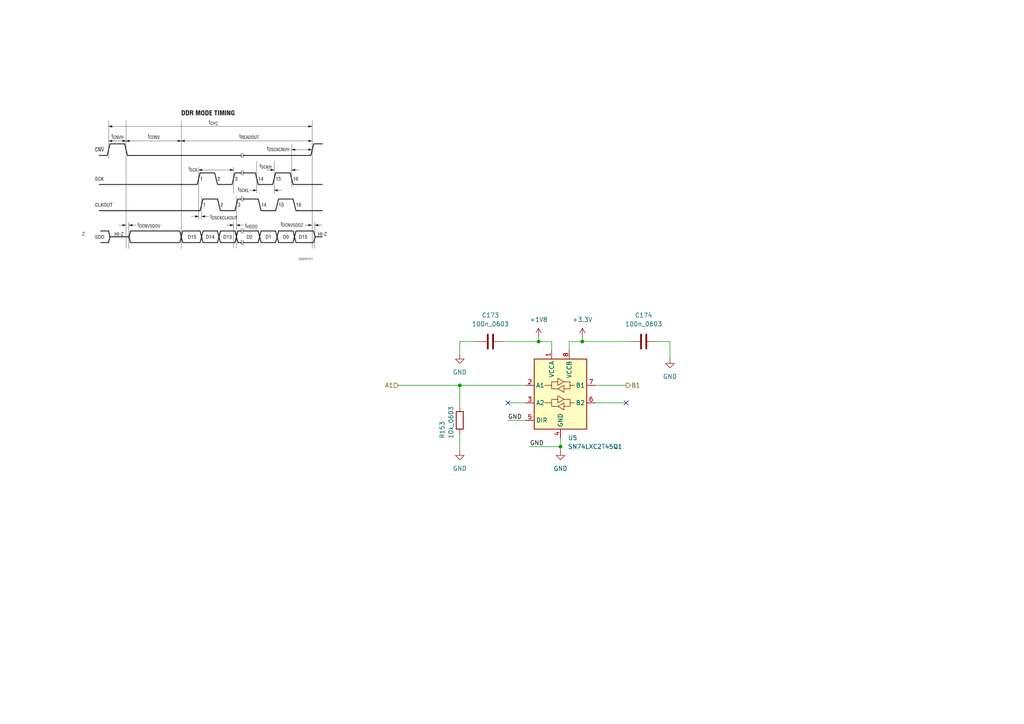
<source format=kicad_sch>
(kicad_sch (version 20250114) (generator "eeschema") (generator_version "9.0")
  (paper "A4")
  (lib_symbols
    (symbol "MYLIB_Misc:SN74LXC2T45Q1"
      (property "Reference" "U" (at -6.35 12.7 0))
      (property "Value" "SN74LXC2T45Q1" (at 11.684 11.684 0))
      (symbol "SN74LXC2T45Q1_0_1"
        (rectangle (start -7.62 10.16) (end 7.62 -10.16) (stroke (width 0.254)) (fill (type background)))
        (polyline (pts (xy -2.54 2.54) (xy -2.54 3.556) (xy -0.762 3.556)))
        (polyline (pts (xy -0.762 2.54) (xy -0.762 4.572) (xy 1.016 3.556) (xy -0.762 2.54)))
        (polyline (pts (xy -0.762 1.524) (xy -2.54 1.524) (xy -2.54 2.54) (xy -4.572 2.54)))
        (polyline (pts (xy 1.016 3.556) (xy 2.794 3.556) (xy 2.794 2.54) (xy 4.064 2.54)))
        (polyline (pts (xy 1.016 2.54) (xy 1.016 0.762) (xy 1.016 0.508) (xy -0.762 1.524) (xy 1.016 2.54)))
        (polyline (pts (xy 2.794 2.54) (xy 2.794 1.524) (xy 1.016 1.524)))
      )
      (symbol "SN74LXC2T45Q1_1_1"
        (polyline (pts (xy -2.54 -2.54) (xy -2.54 -1.524) (xy -0.762 -1.524)))
        (polyline (pts (xy -0.762 -2.54) (xy -0.762 -0.508) (xy 1.016 -1.524) (xy -0.762 -2.54)))
        (polyline (pts (xy -0.762 -3.556) (xy -2.54 -3.556) (xy -2.54 -2.54) (xy -4.572 -2.54)))
        (polyline (pts (xy 1.016 -1.524) (xy 2.794 -1.524) (xy 2.794 -2.54) (xy 4.064 -2.54)))
        (polyline (pts (xy 1.016 -2.54) (xy 1.016 -4.318) (xy 1.016 -4.572) (xy -0.762 -3.556) (xy 1.016 -2.54)))
        (polyline (pts (xy 2.794 -2.54) (xy 2.794 -3.556) (xy 1.016 -3.556)))
        (pin bidirectional line (at -10.16 2.54 0) (length 2.54) (name "A1") (number "2"))
        (pin bidirectional line (at -10.16 -2.54 0) (length 2.54) (name "A2") (number "3"))
        (pin input line (at -10.16 -7.62 0) (length 2.54) (name "DIR") (number "5"))
        (pin power_in line (at -2.54 12.7 270) (length 2.54) (name "VCCA") (number "1"))
        (pin power_in line (at 0 -12.7 90) (length 2.54) (name "GND") (number "4"))
        (pin power_in line (at 2.54 12.7 270) (length 2.54) (name "VCCB") (number "8"))
        (pin bidirectional line (at 10.16 2.54 180) (length 2.54) (name "B1") (number "7"))
        (pin bidirectional line (at 10.16 -2.54 180) (length 2.54) (name "B2") (number "6"))
      )
    )
    (symbol "WLIB_C:100n_0603" (pin_numbers (hide yes)) (pin_names (offset 0.254))
      (property "Reference" "C" (at 0.635 2.54 0))
      (property "Value" "100n_0603" (at 0.635 -2.54 0))
      (symbol "100n_0603_0_1"
        (polyline (pts (xy -2.032 0.762) (xy 2.032 0.762)) (stroke (width 0.508)))
        (polyline (pts (xy -2.032 -0.762) (xy 2.032 -0.762)) (stroke (width 0.508)))
      )
      (symbol "100n_0603_1_1"
        (pin passive line (at 0 3.81 270) (length 2.794) (name "~") (number "1"))
        (pin passive line (at 0 -3.81 90) (length 2.794) (name "~") (number "2"))
      )
    )
    (symbol "WLIB_R:10k_0603" (pin_numbers (hide yes)) (pin_names (offset 0))
      (property "Reference" "R" (at 2.032 0 90))
      (property "Value" "10k_0603" (at -2.54 0 90))
      (symbol "10k_0603_0_1"
        (rectangle (start -1.016 -2.54) (end 1.016 2.54) (stroke (width 0.254)))
      )
      (symbol "10k_0603_1_1"
        (pin passive line (at 0 3.81 270) (length 1.27) (name "~") (number "1"))
        (pin passive line (at 0 -3.81 90) (length 1.27) (name "~") (number "2"))
      )
    )
    (symbol "power:+1V8" (power) (pin_numbers (hide yes)) (pin_names (offset 0) (hide yes))
      (property "Value" "+1V8" (at 0 3.556 0))
      (symbol "+1V8_0_1"
        (polyline (pts (xy -0.762 1.27) (xy 0 2.54)))
        (polyline (pts (xy 0 2.54) (xy 0.762 1.27)))
        (polyline (pts (xy 0 0) (xy 0 2.54)))
      )
      (symbol "+1V8_1_1"
        (pin power_in line (at 0 0 90) (length 0) (name "~") (number "1"))
      )
    )
    (symbol "power:+3.3V" (power) (pin_numbers (hide yes)) (pin_names (offset 0) (hide yes))
      (property "Value" "+3.3V" (at 0 3.556 0))
      (symbol "+3.3V_0_1"
        (polyline (pts (xy -0.762 1.27) (xy 0 2.54)))
        (polyline (pts (xy 0 2.54) (xy 0.762 1.27)))
        (polyline (pts (xy 0 0) (xy 0 2.54)))
      )
      (symbol "+3.3V_1_1"
        (pin power_in line (at 0 0 90) (length 0) (name "~") (number "1"))
      )
    )
    (symbol "power:GND" (power) (pin_numbers (hide yes)) (pin_names (offset 0) (hide yes))
      (property "Value" "GND" (at 0 -3.81 0))
      (symbol "GND_0_1"
        (polyline (pts (xy 0 0) (xy 0 -1.27) (xy 1.27 -1.27) (xy 0 -2.54) (xy -1.27 -1.27) (xy 0 -1.27)))
      )
      (symbol "GND_1_1"
        (pin power_in line (at 0 0 270) (length 0) (name "~") (number "1"))
      )
    )
  )
  (junction (at 162.56 129.54))
  (junction (at 168.91 99.06))
  (junction (at 156.21 99.06))
  (junction (at 133.35 111.76))
  (no_connect (at 147.32 116.84))
  (no_connect (at 181.61 116.84))
  (wire (pts (xy 168.91 99.06) (xy 165.1 99.06)))
  (wire (pts (xy 168.91 99.06) (xy 182.88 99.06)))
  (wire (pts (xy 153.67 129.54) (xy 162.56 129.54)))
  (wire (pts (xy 162.56 127) (xy 162.56 129.54)))
  (wire (pts (xy 165.1 99.06) (xy 165.1 101.6)))
  (wire (pts (xy 147.32 121.92) (xy 152.4 121.92)))
  (wire (pts (xy 172.72 111.76) (xy 181.61 111.76)))
  (wire (pts (xy 156.21 99.06) (xy 160.02 99.06)))
  (wire (pts (xy 147.32 116.84) (xy 152.4 116.84)))
  (wire (pts (xy 138.43 99.06) (xy 133.35 99.06)))
  (wire (pts (xy 194.31 104.14) (xy 194.31 99.06)))
  (wire (pts (xy 160.02 99.06) (xy 160.02 101.6)))
  (wire (pts (xy 115.57 111.76) (xy 133.35 111.76)))
  (wire (pts (xy 194.31 99.06) (xy 190.5 99.06)))
  (wire (pts (xy 162.56 130.81) (xy 162.56 129.54)))
  (wire (pts (xy 146.05 99.06) (xy 156.21 99.06)))
  (wire (pts (xy 133.35 99.06) (xy 133.35 102.87)))
  (wire (pts (xy 133.35 125.73) (xy 133.35 130.81)))
  (wire (pts (xy 156.21 97.79) (xy 156.21 99.06)))
  (wire (pts (xy 168.91 97.79) (xy 168.91 99.06)))
  (wire (pts (xy 133.35 111.76) (xy 152.4 111.76)))
  (wire (pts (xy 172.72 116.84) (xy 181.61 116.84)))
  (wire (pts (xy 133.35 111.76) (xy 133.35 118.11)))
  (image (at 60.96 53.34))
  (label "GND" (at 153.67 129.54 0))
  (label "GND" (at 147.32 121.92 0))
  (hierarchical_label "B1" (shape output) (at 181.61 111.76 0))
  (hierarchical_label "A1" (shape input) (at 115.57 111.76 180))
  (symbol (lib_id "MYLIB_Misc:SN74LXC2T45Q1") (at 162.56 114.3 0) (unit 1)
    (property "Reference" "U6" (at 164.7033 127 0) (effects (justify left)))
    (property "Value" "SN74LXC2T45Q1" (at 164.7033 129.54 0) (effects (justify left)))
    (property "Footprint" "MYLIB_Misc:SN74LXC2T45QDCURQ1" (effects (hide yes)))
    (property "Datasheet" "https://www.ti.com/lit/ds/symlink/sn74lxc2t45-q1.pdf?ts=1763370162012&ref_url=https%253A%252F%252Fwww.ti.com%252Fproduct%252FSN74LXC2T45-Q1%252Fpart-details%252FSN74LXC2T45QDCURQ1%253Futm_source%253Dgoogle%2526utm_medium%253Dcpc%2526utm_campaign%253Dasc-null-null-asc_opn_en-cpc-storeic-google-eu_en_pur%2526utm_content%253DDevice%2526ds_k%253DSN74LXC2T45QDCURQ1%2526DCM%253Dyes%2526gclsrc%253Daw.ds%2526gad_source%253D1%2526gad_campaignid%253D11662144970%2526gbraid%253D0AAAAAC068F39eJFhDO7IAjRN0B7HR1F_u%2526gclid%253DEAIaIQobChMI07vhqun4kAMVZZiDBx1M-Tl6EAAYASAAEgKyXPD_BwE" (effects (hide yes)))
    (property "Description" "dual-bit, dual-supply noninverting bidirectional level shifter. If dir = high, A -> B" (effects (hide yes)))
    (property "Mouser nr" "595-74LXC2T45QDCURQ1" (effects (hide yes)))
    (instances (project "FPGA_Board_BA" (path "" (reference "U5") (unit 1)) (path "" (reference "U6") (unit 1))))
  )
  (symbol (lib_id "WLIB_C:100n_0603") (at 142.24 99.06 90) (unit 1)
    (property "Reference" "C175" (at 142.24 91.44 90))
    (property "Value" "100n_0603" (at 142.24 93.98 90))
    (property "Footprint" "WLIB_Capacitor:C_0603" (effects (hide yes)))
    (property "Datasheet" "https://www.farnell.com/datasheets/2860632.pdf" (effects (hide yes)))
    (property "Description" "Unpolarized capacitor SMD MLCC" (effects (hide yes)))
    (property "FARNELL" "1759037" (effects (hide yes)))
    (property "VDC" "25V" (effects (hide yes)))
    (property "JLCPCB" "C2762593" (effects (hide yes)))
    (instances (project "FPGA_Board_BA" (path "" (reference "C173") (unit 1)) (path "" (reference "C175") (unit 1))))
  )
  (symbol (lib_id "WLIB_R:10k_0603") (at 133.35 121.92 0) (unit 1)
    (property "Reference" "R154" (at 128.27 127.254 90) (effects (justify left)))
    (property "Value" "10k_0603" (at 130.81 127.254 90) (effects (justify left)))
    (property "Footprint" "Resistor_SMD:R_0603_1608Metric" (effects (hide yes)))
    (property "Datasheet" "https://www.farnell.com/datasheets/2860681.pdf" (effects (hide yes)))
    (property "Description" "Resistor" (effects (hide yes)))
    (property "FARNELL" "2447230" (effects (hide yes)))
    (property "Rated Power" "100mW" (effects (hide yes)))
    (property "JLCPCB" "C25804" (effects (hide yes)))
    (instances (project "FPGA_Board_BA" (path "" (reference "R153") (unit 1)) (path "" (reference "R154") (unit 1))))
  )
  (symbol (lib_id "power:GND") (at 194.31 104.14 0) (unit 1)
    (property "Reference" "#PWR0158" (effects (hide yes)))
    (property "Value" "GND" (at 194.31 109.22 0))
    (property "Description" "Power symbol creates a global label with name \"GND\" , ground" (effects (hide yes)))
    (instances (project "FPGA_Board_BA" (path "" (reference "#PWR0134") (unit 1)) (path "" (reference "#PWR0158") (unit 1))))
  )
  (symbol (lib_id "power:GND") (at 133.35 130.81 0) (unit 1)
    (property "Reference" "#PWR0146" (effects (hide yes)))
    (property "Value" "GND" (at 133.35 135.89 0))
    (property "Description" "Power symbol creates a global label with name \"GND\" , ground" (effects (hide yes)))
    (instances (project "FPGA_Board_BA" (path "" (reference "#PWR0111") (unit 1)) (path "" (reference "#PWR0146") (unit 1))))
  )
  (symbol (lib_id "power:GND") (at 133.35 102.87 0) (unit 1)
    (property "Reference" "#PWR0141" (effects (hide yes)))
    (property "Value" "GND" (at 133.35 107.95 0))
    (property "Description" "Power symbol creates a global label with name \"GND\" , ground" (effects (hide yes)))
    (instances (project "FPGA_Board_BA" (path "" (reference "#PWR0112") (unit 1)) (path "" (reference "#PWR0141") (unit 1))))
  )
  (symbol (lib_id "power:GND") (at 162.56 130.81 0) (unit 1)
    (property "Reference" "#PWR0152" (effects (hide yes)))
    (property "Value" "GND" (at 162.56 135.89 0))
    (property "Description" "Power symbol creates a global label with name \"GND\" , ground" (effects (hide yes)))
    (instances (project "FPGA_Board_BA" (path "" (reference "#PWR0122") (unit 1)) (path "" (reference "#PWR0152") (unit 1))))
  )
  (symbol (lib_id "power:+1V8") (at 156.21 97.79 0) (unit 1)
    (property "Reference" "#PWR0147" (effects (hide yes)))
    (property "Value" "+1V8" (at 156.21 92.71 0))
    (property "Description" "Power symbol creates a global label with name \"+1V8\"" (effects (hide yes)))
    (instances (project "FPGA_Board_BA" (path "" (reference "#PWR0128") (unit 1)) (path "" (reference "#PWR0147") (unit 1))))
  )
  (symbol (lib_id "WLIB_C:100n_0603") (at 186.69 99.06 90) (unit 1)
    (property "Reference" "C176" (at 186.69 91.44 90))
    (property "Value" "100n_0603" (at 186.69 93.98 90))
    (property "Footprint" "WLIB_Capacitor:C_0603" (effects (hide yes)))
    (property "Datasheet" "https://www.farnell.com/datasheets/2860632.pdf" (effects (hide yes)))
    (property "Description" "Unpolarized capacitor SMD MLCC" (effects (hide yes)))
    (property "FARNELL" "1759037" (effects (hide yes)))
    (property "VDC" "25V" (effects (hide yes)))
    (property "JLCPCB" "C2762593" (effects (hide yes)))
    (instances (project "FPGA_Board_BA" (path "" (reference "C174") (unit 1)) (path "" (reference "C176") (unit 1))))
  )
  (symbol (lib_id "power:+3.3V") (at 168.91 97.79 0) (unit 1)
    (property "Reference" "#PWR0153" (effects (hide yes)))
    (property "Value" "+3.3V" (at 168.91 92.71 0))
    (property "Description" "Power symbol creates a global label with name \"+3.3V\"" (effects (hide yes)))
    (instances (project "FPGA_Board_BA" (path "" (reference "#PWR0113") (unit 1)) (path "" (reference "#PWR0153") (unit 1))))
  )
)
</source>
